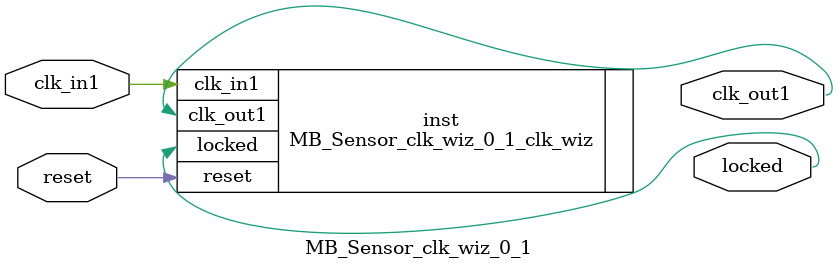
<source format=v>


`timescale 1ps/1ps

(* CORE_GENERATION_INFO = "MB_Sensor_clk_wiz_0_1,clk_wiz_v6_0_4_0_0,{component_name=MB_Sensor_clk_wiz_0_1,use_phase_alignment=true,use_min_o_jitter=false,use_max_i_jitter=false,use_dyn_phase_shift=false,use_inclk_switchover=false,use_dyn_reconfig=false,enable_axi=0,feedback_source=FDBK_AUTO,PRIMITIVE=MMCM,num_out_clk=1,clkin1_period=8.000,clkin2_period=10.000,use_power_down=false,use_reset=true,use_locked=true,use_inclk_stopped=false,feedback_type=SINGLE,CLOCK_MGR_TYPE=NA,manual_override=false}" *)

module MB_Sensor_clk_wiz_0_1 
 (
  // Clock out ports
  output        clk_out1,
  // Status and control signals
  input         reset,
  output        locked,
 // Clock in ports
  input         clk_in1
 );

  MB_Sensor_clk_wiz_0_1_clk_wiz inst
  (
  // Clock out ports  
  .clk_out1(clk_out1),
  // Status and control signals               
  .reset(reset), 
  .locked(locked),
 // Clock in ports
  .clk_in1(clk_in1)
  );

endmodule

</source>
